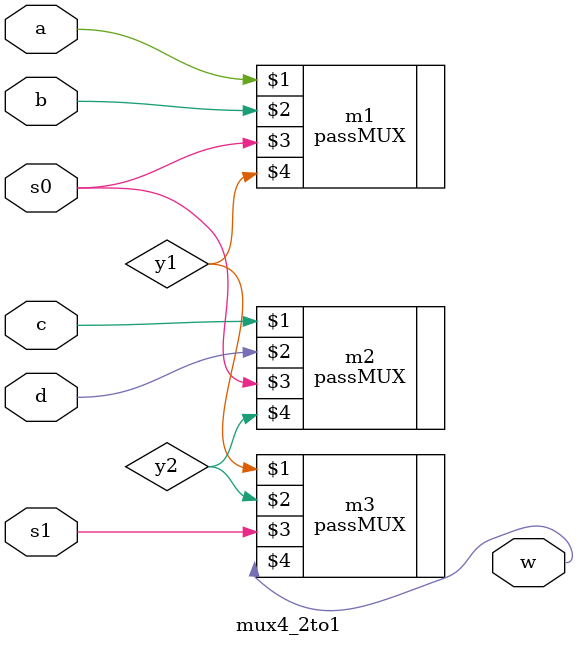
<source format=sv>
`timescale 1ns/1ns
module mux4_2to1 (input a,b,c,d,s0,s1,output w);
  passMUX m1(a,b,s0,y1);
  passMUX m2(c,d,s0,y2);
  passMUX m3(y1,y2,s1,w);
endmodule

</source>
